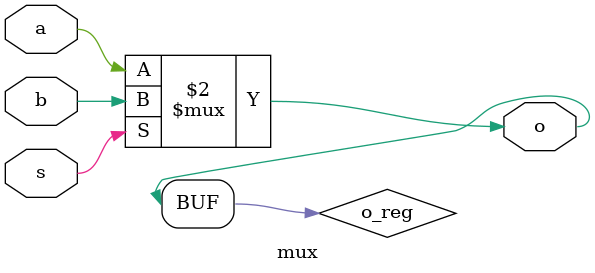
<source format=v>


`timescale 1ns/1ps

module coupled_cell  #(parameter RESET = 0)(
                       //Coupling weight can fall between -2 and +2
		       input  wire [2:0] weight,
	               input  wire sin ,
		       input  wire din ,
		       output wire sout,
		       output wire dout,
		       input  wire rstn, //negedge reset
	               );

    // If coupling is positive, we want to slow down the destination
    // oscillator when it doesn't match the source oscillator.
    //
    // If coupling is negative, we want to slow down the destination
    // oscillator when it does match the source oscillator.
    //
    //  5 levels of coupling strengh
    assign neg2     = (weight == 3'b000);
    assign neg1     = (weight == 3'b001);
    assign pos1     = (weight == 3'b011);
    assign pos2     = (weight == 3'b100);

    assign mismatch = (sin ^ din);
    
    assign slow1    = (neg1 & ~mismatch) | (pos1 & mismatch);
    assign slow2    = (neg2 & ~mismatch) | (pos2 & mismatch);
    
    // All delay elements are implemented using muxes for simplicity
    mux s_buffer_mux(.a(sin), .b(1'b0), .s(1'b0), .o(sout));

    // Glitch-free configurable delay cell
    wire mux0_o;
    wire mux1_o;
    wire mux2_o;

    mux mux0(.a(din), .b(1'b0  ), .s(1'b0          ), .o(mux0_o));
    mux mux2(.a(din), .b(mux0_o), .s(slow1 || slow2), .o(mux1_o));
    mux mux2(.a(din), .b(mux1_o), .s(slow2         ), .o(mux2_o));
    
    assign dout = mux0_o & mux1_o & mux2_o;

endmodule

// Generic mux for simulation
module mux(input wire a,
	   input wire b,
	   input wire s,
	   output wire o);
    reg o_reg;
    assign o = o_reg;
    always @(a, b, s) begin
        #1 o_reg = s ? b : a;
    end
endmodule

</source>
